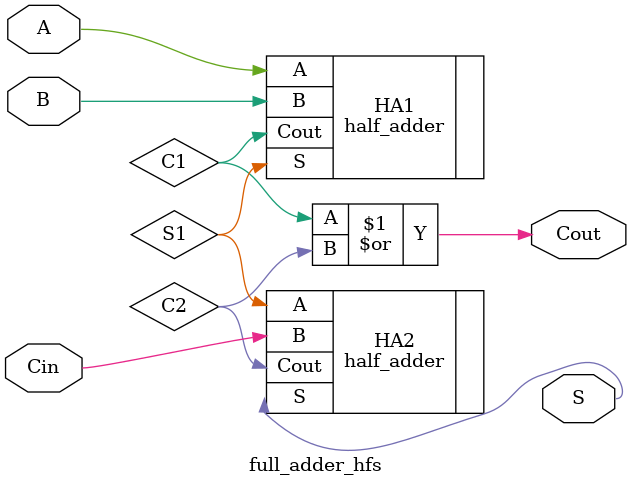
<source format=sv>
module full_adder_hfs
    (
    input  logic A, B, Cin,
    output logic S, Cout
);

    logic S1, C1, C2;

    // Instância do primeiro half adder
    half_adder HA1 (
        .A(A),
        .B(B),
        .S(S1),
        .Cout(C1)
    );

    // Instância do segundo half adder
    half_adder HA2 (
        .A(S1),
        .B(Cin),
        .S(S),
        .Cout(C2)
    );

    // Carry final
    assign Cout = C1 | C2;
    
endmodule: full_adder_hfs

</source>
